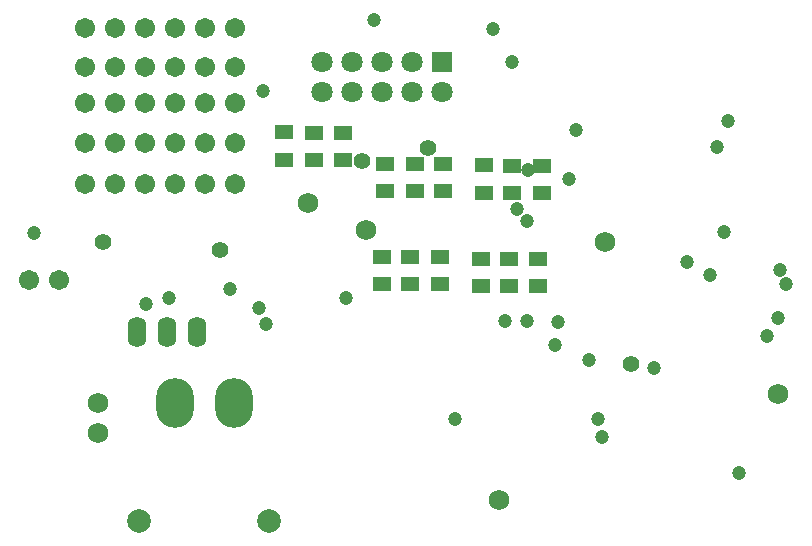
<source format=gbs>
G04*
G04 #@! TF.GenerationSoftware,Altium Limited,Altium Designer,21.8.1 (53)*
G04*
G04 Layer_Color=16711935*
%FSLAX44Y44*%
%MOMM*%
G71*
G04*
G04 #@! TF.SameCoordinates,E9657587-2D61-4917-BE27-2A2E8D1190E0*
G04*
G04*
G04 #@! TF.FilePolarity,Negative*
G04*
G01*
G75*
%ADD28R,1.5032X1.3032*%
%ADD34C,2.0032*%
%ADD35O,3.2032X4.2032*%
%ADD36C,1.8032*%
%ADD37R,1.8032X1.8032*%
%ADD38O,1.6032X2.6032*%
%ADD39C,1.7272*%
%ADD40C,1.7032*%
%ADD41C,1.2032*%
%ADD42C,1.4032*%
D28*
X855980Y1002100D02*
D03*
Y979100D02*
D03*
X772160Y1003370D02*
D03*
Y980370D02*
D03*
X687070Y1030040D02*
D03*
Y1007040D02*
D03*
X769620Y924560D02*
D03*
Y901560D02*
D03*
X852170Y923360D02*
D03*
Y900360D02*
D03*
X803910D02*
D03*
Y923360D02*
D03*
X828040D02*
D03*
Y900360D02*
D03*
X744220Y924630D02*
D03*
Y901630D02*
D03*
X720090D02*
D03*
Y924630D02*
D03*
X748030Y1003370D02*
D03*
Y980370D02*
D03*
X722630D02*
D03*
Y1003370D02*
D03*
X830580Y1002100D02*
D03*
Y979100D02*
D03*
X806450Y979170D02*
D03*
Y1002170D02*
D03*
X637540Y1007110D02*
D03*
Y1030110D02*
D03*
X662940Y1029970D02*
D03*
Y1006970D02*
D03*
D34*
X624840Y701040D02*
D03*
X514840D02*
D03*
D35*
X544840Y801040D02*
D03*
X594840D02*
D03*
D36*
X669290Y1064260D02*
D03*
X694690D02*
D03*
X720090D02*
D03*
X745490D02*
D03*
X770890D02*
D03*
X669290Y1089660D02*
D03*
X694690D02*
D03*
X720090D02*
D03*
X745490D02*
D03*
D37*
X770890D02*
D03*
D38*
X563880Y861060D02*
D03*
X538480D02*
D03*
X513080D02*
D03*
D39*
X819150Y718820D02*
D03*
X1055370Y808990D02*
D03*
X706585Y947252D02*
D03*
X657860Y970280D02*
D03*
X909320Y937260D02*
D03*
X480060Y801370D02*
D03*
Y775970D02*
D03*
D40*
X570230Y986790D02*
D03*
Y1021080D02*
D03*
Y1055370D02*
D03*
Y1085850D02*
D03*
Y1118870D02*
D03*
X468630Y986790D02*
D03*
X544830D02*
D03*
X519430D02*
D03*
X494030D02*
D03*
X595630D02*
D03*
X468630Y1021080D02*
D03*
X544830D02*
D03*
X519430D02*
D03*
X494030D02*
D03*
X595630D02*
D03*
X468630Y1055370D02*
D03*
X544830D02*
D03*
X519430D02*
D03*
X494030D02*
D03*
X595630D02*
D03*
X447040Y905510D02*
D03*
X421640D02*
D03*
X468630Y1085850D02*
D03*
X544830D02*
D03*
X519430D02*
D03*
X494030D02*
D03*
X595630D02*
D03*
X468630Y1118870D02*
D03*
X595630D02*
D03*
X544830D02*
D03*
X519430D02*
D03*
X494030D02*
D03*
D41*
X615950Y881380D02*
D03*
X622300Y868172D02*
D03*
X690050Y889830D02*
D03*
X950516Y831010D02*
D03*
X906780Y772668D02*
D03*
X903224Y787400D02*
D03*
X978540Y920120D02*
D03*
X1057402Y913384D02*
D03*
X1062228Y901446D02*
D03*
X895350Y837770D02*
D03*
X842772Y955294D02*
D03*
X834136Y964946D02*
D03*
X843130Y870204D02*
D03*
X539750Y890270D02*
D03*
X520700Y885190D02*
D03*
X425466Y944864D02*
D03*
X814070Y1117600D02*
D03*
X830580Y1089660D02*
D03*
X824588Y870862D02*
D03*
X1004062Y1018032D02*
D03*
X1045972Y858012D02*
D03*
X998220Y909828D02*
D03*
X1012698Y1039876D02*
D03*
X1055246Y873128D02*
D03*
X591566Y897890D02*
D03*
X869442Y869696D02*
D03*
X884174Y1032256D02*
D03*
X1022604Y741680D02*
D03*
X782180Y787540D02*
D03*
X712978Y1125474D02*
D03*
X878586Y990600D02*
D03*
X1010036Y945520D02*
D03*
X866553Y850138D02*
D03*
X618998Y1065530D02*
D03*
X843534Y998474D02*
D03*
D42*
X759460Y1017270D02*
D03*
X703580Y1005840D02*
D03*
X483870Y937260D02*
D03*
X582930Y930910D02*
D03*
X930910Y834390D02*
D03*
M02*

</source>
